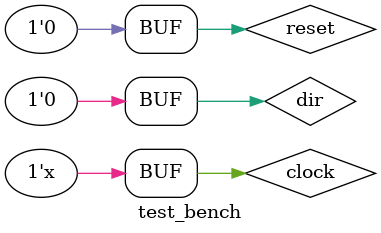
<source format=v>
`timescale 1ns/1ps

module test_bench();
	reg dir, clock, reset;
	wire [3:0] out;
	initial clock = 0;
	initial reset = 0;
	initial dir = 0;
	always #10 clock = ~clock;
	counter main(out, dir, clock, reset);
	initial begin
		$dumpfile("new_test_4_bit_counter.vcd");
		$dumpvars;
		reset = 1;
		#10 reset = 0;
		#170 dir = 1;
		#340 dir = 0;
	end
	endmodule

</source>
